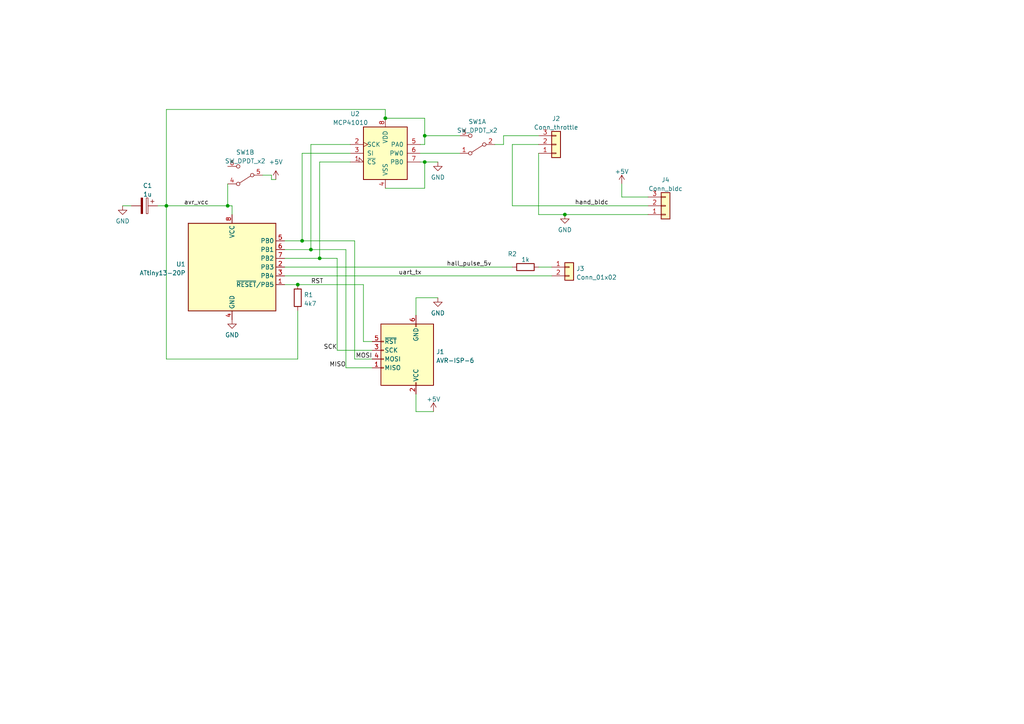
<source format=kicad_sch>
(kicad_sch (version 20211123) (generator eeschema)
  (paper "A4")
  (lib_symbols
    (symbol "Connector:AVR-ISP-6" (pin_names (offset 1.016))
      (property "Reference" "J" (at -6.35 11.43 0))
      (property "Value" "AVR-ISP-6" (at 0 11.43 0))
      (symbol "AVR-ISP-6_0_1"
        (rectangle (start -2.667 -6.858) (end -2.413 -7.62))
        (rectangle (start -2.667 10.16) (end -2.413 9.398))
        (rectangle (start 7.62 -2.413) (end 6.858 -2.667))
        (rectangle (start 7.62 0.127) (end 6.858 -0.127))
        (rectangle (start 7.62 2.667) (end 6.858 2.413))
        (rectangle (start 7.62 5.207) (end 6.858 4.953))
        (rectangle (start 7.62 10.16) (end -7.62 -7.62) (stroke (width 0.254)) (fill (type background)))
      )
      (symbol "AVR-ISP-6_1_1"
        (pin passive line (at 10.16 5.08 180) (length 2.54) (name "MISO") (number "1"))
        (pin passive line (at -2.54 12.7 270) (length 2.54) (name "VCC") (number "2"))
        (pin passive line (at 10.16 0 180) (length 2.54) (name "SCK") (number "3"))
        (pin passive line (at 10.16 2.54 180) (length 2.54) (name "MOSI") (number "4"))
        (pin passive line (at 10.16 -2.54 180) (length 2.54) (name "~{RST}") (number "5"))
        (pin passive line (at -2.54 -10.16 90) (length 2.54) (name "GND") (number "6"))
      )
    )
    (symbol "Connector_Generic:Conn_01x02" (pin_names (offset 1.016) hide)
      (property "Reference" "J" (at 0 2.54 0))
      (property "Value" "Conn_01x02" (at 0 -5.08 0))
      (symbol "Conn_01x02_1_1"
        (rectangle (start -1.27 -2.413) (end 0 -2.667) (stroke (width 0.1524)))
        (rectangle (start -1.27 0.127) (end 0 -0.127) (stroke (width 0.1524)))
        (rectangle (start -1.27 1.27) (end 1.27 -3.81) (stroke (width 0.254)) (fill (type background)))
        (pin passive line (at -5.08 0 0) (length 3.81) (name "Pin_1") (number "1"))
        (pin passive line (at -5.08 -2.54 0) (length 3.81) (name "Pin_2") (number "2"))
      )
    )
    (symbol "Connector_Generic:Conn_01x03" (pin_names (offset 1.016) hide)
      (property "Reference" "J" (at 0 5.08 0))
      (property "Value" "Conn_01x03" (at 0 -5.08 0))
      (symbol "Conn_01x03_1_1"
        (rectangle (start -1.27 -2.413) (end 0 -2.667) (stroke (width 0.1524)))
        (rectangle (start -1.27 0.127) (end 0 -0.127) (stroke (width 0.1524)))
        (rectangle (start -1.27 2.667) (end 0 2.413) (stroke (width 0.1524)))
        (rectangle (start -1.27 3.81) (end 1.27 -3.81) (stroke (width 0.254)) (fill (type background)))
        (pin passive line (at -5.08 2.54 0) (length 3.81) (name "Pin_1") (number "1"))
        (pin passive line (at -5.08 0 0) (length 3.81) (name "Pin_2") (number "2"))
        (pin passive line (at -5.08 -2.54 0) (length 3.81) (name "Pin_3") (number "3"))
      )
    )
    (symbol "Device:C_Polarized" (pin_numbers hide) (pin_names (offset 0.254))
      (property "Reference" "C" (at 0.635 2.54 0))
      (property "Value" "C_Polarized" (at 0.635 -2.54 0))
      (symbol "C_Polarized_0_1"
        (rectangle (start -2.286 0.508) (end 2.286 1.016))
        (polyline (pts (xy -1.778 2.286) (xy -0.762 2.286)))
        (polyline (pts (xy -1.27 2.794) (xy -1.27 1.778)))
        (rectangle (start 2.286 -0.508) (end -2.286 -1.016) (fill (type outline)))
      )
      (symbol "C_Polarized_1_1"
        (pin passive line (at 0 3.81 270) (length 2.794) (name "~") (number "1"))
        (pin passive line (at 0 -3.81 90) (length 2.794) (name "~") (number "2"))
      )
    )
    (symbol "Device:R" (pin_numbers hide) (pin_names (offset 0))
      (property "Reference" "R" (at 2.032 0 90))
      (property "Value" "R" (at 0 0 90))
      (symbol "R_0_1"
        (rectangle (start -1.016 -2.54) (end 1.016 2.54) (stroke (width 0.254)))
      )
      (symbol "R_1_1"
        (pin passive line (at 0 3.81 270) (length 1.27) (name "~") (number "1"))
        (pin passive line (at 0 -3.81 90) (length 1.27) (name "~") (number "2"))
      )
    )
    (symbol "MCU_Microchip_ATtiny:ATtiny13-20P"
      (property "Reference" "U" (at -12.7 13.97 0))
      (property "Value" "ATtiny13-20P" (at 2.54 -13.97 0))
      (symbol "ATtiny13-20P_0_1"
        (rectangle (start -12.7 -12.7) (end 12.7 12.7) (stroke (width 0.254)) (fill (type background)))
      )
      (symbol "ATtiny13-20P_1_1"
        (pin bidirectional line (at 15.24 -5.08 180) (length 2.54) (name "~{RESET}/PB5") (number "1"))
        (pin bidirectional line (at 15.24 0 180) (length 2.54) (name "PB3") (number "2"))
        (pin bidirectional line (at 15.24 -2.54 180) (length 2.54) (name "PB4") (number "3"))
        (pin power_in line (at 0 -15.24 90) (length 2.54) (name "GND") (number "4"))
        (pin bidirectional line (at 15.24 7.62 180) (length 2.54) (name "PB0") (number "5"))
        (pin bidirectional line (at 15.24 5.08 180) (length 2.54) (name "PB1") (number "6"))
        (pin bidirectional line (at 15.24 2.54 180) (length 2.54) (name "PB2") (number "7"))
        (pin power_in line (at 0 15.24 270) (length 2.54) (name "VCC") (number "8"))
      )
    )
    (symbol "Potentiometer_Digital:MCP41010" (pin_names (offset 1.016))
      (property "Reference" "U" (at -6.35 8.89 0))
      (property "Value" "MCP41010" (at 1.27 8.89 0))
      (symbol "MCP41010_0_1"
        (rectangle (start -6.35 7.62) (end 6.35 -7.62) (stroke (width 0.254)) (fill (type background)))
      )
      (symbol "MCP41010_1_1"
        (pin input input_low (at -10.16 -2.54 0) (length 3.81) (name "~{CS}") (number "1"))
        (pin passive clock (at -10.16 2.54 0) (length 3.81) (name "SCK") (number "2"))
        (pin input line (at -10.16 0 0) (length 3.81) (name "SI") (number "3"))
        (pin power_in line (at 0 -10.16 90) (length 2.54) (name "VSS") (number "4"))
        (pin passive line (at 10.16 2.54 180) (length 3.81) (name "PA0") (number "5"))
        (pin passive line (at 10.16 0 180) (length 3.81) (name "PW0") (number "6"))
        (pin passive line (at 10.16 -2.54 180) (length 3.81) (name "PB0") (number "7"))
        (pin power_in line (at 0 10.16 270) (length 2.54) (name "VDD") (number "8"))
      )
    )
    (symbol "Switch:SW_DPDT_x2" (pin_names (offset 0) hide)
      (property "Reference" "SW" (at 0 4.318 0))
      (property "Value" "SW_DPDT_x2" (at 0 -5.08 0))
      (symbol "SW_DPDT_x2_0_0"
        (circle (center -2.032 0) (radius 0.508))
        (circle (center 2.032 -2.54) (radius 0.508))
      )
      (symbol "SW_DPDT_x2_0_1"
        (polyline (pts (xy -1.524 0.254) (xy 1.651 2.286)))
        (circle (center 2.032 2.54) (radius 0.508))
      )
      (symbol "SW_DPDT_x2_1_1"
        (pin passive line (at 5.08 2.54 180) (length 2.54) (name "A") (number "1"))
        (pin passive line (at -5.08 0 0) (length 2.54) (name "B") (number "2"))
        (pin passive line (at 5.08 -2.54 180) (length 2.54) (name "C") (number "3"))
      )
      (symbol "SW_DPDT_x2_2_1"
        (pin passive line (at 5.08 2.54 180) (length 2.54) (name "A") (number "4"))
        (pin passive line (at -5.08 0 0) (length 2.54) (name "B") (number "5"))
        (pin passive line (at 5.08 -2.54 180) (length 2.54) (name "C") (number "6"))
      )
    )
    (symbol "power:+5V" (power) (pin_names (offset 0))
      (property "Value" "+5V" (at 0 3.556 0))
      (symbol "+5V_0_1"
        (polyline (pts (xy -0.762 1.27) (xy 0 2.54)))
        (polyline (pts (xy 0 0) (xy 0 2.54)))
        (polyline (pts (xy 0 2.54) (xy 0.762 1.27)))
      )
      (symbol "+5V_1_1"
        (pin power_in line (at 0 0 90) (length 0) hide (name "+5V") (number "1"))
      )
    )
    (symbol "power:GND" (power) (pin_names (offset 0))
      (property "Value" "GND" (at 0 -3.81 0))
      (symbol "GND_0_1"
        (polyline (pts (xy 0 0) (xy 0 -1.27) (xy 1.27 -1.27) (xy 0 -2.54) (xy -1.27 -1.27) (xy 0 -1.27)))
      )
      (symbol "GND_1_1"
        (pin power_in line (at 0 0 270) (length 0) hide (name "GND") (number "1"))
      )
    )
  )
  (junction (at 48.26 59.69))
  (junction (at 92.71 74.93))
  (junction (at 123.19 39.37))
  (junction (at 90.17 72.39))
  (junction (at 87.63 69.85))
  (junction (at 123.19 46.99))
  (junction (at 86.36 82.55))
  (junction (at 163.83 62.23))
  (junction (at 66.04 59.69))
  (junction (at 111.76 34.29))
  (wire (pts (xy 121.92 44.45) (xy 133.35 44.45)))
  (wire (pts (xy 146.05 41.91) (xy 146.05 39.37)))
  (wire (pts (xy 156.21 77.47) (xy 160.02 77.47)))
  (wire (pts (xy 105.41 82.55) (xy 86.36 82.55)))
  (wire (pts (xy 82.55 72.39) (xy 90.17 72.39)))
  (wire (pts (xy 66.04 53.34) (xy 66.04 59.69)))
  (wire (pts (xy 123.19 54.61) (xy 123.19 46.99)))
  (wire (pts (xy 97.79 101.6) (xy 107.95 101.6)))
  (wire (pts (xy 121.92 41.91) (xy 123.19 41.91)))
  (wire (pts (xy 127 86.36) (xy 120.65 86.36)))
  (wire (pts (xy 111.76 31.75) (xy 111.76 34.29)))
  (wire (pts (xy 82.55 69.85) (xy 87.63 69.85)))
  (wire (pts (xy 87.63 69.85) (xy 102.87 69.85)))
  (wire (pts (xy 48.26 31.75) (xy 48.26 59.69)))
  (wire (pts (xy 67.31 59.69) (xy 67.31 62.23)))
  (wire (pts (xy 100.33 106.68) (xy 100.33 72.39)))
  (wire (pts (xy 48.26 104.14) (xy 48.26 59.69)))
  (wire (pts (xy 86.36 104.14) (xy 48.26 104.14)))
  (wire (pts (xy 92.71 46.99) (xy 92.71 74.93)))
  (wire (pts (xy 78.74 50.8) (xy 78.74 52.07)))
  (wire (pts (xy 123.19 46.99) (xy 127 46.99)))
  (wire (pts (xy 120.65 86.36) (xy 120.65 91.44)))
  (wire (pts (xy 90.17 41.91) (xy 101.6 41.91)))
  (wire (pts (xy 82.55 80.01) (xy 160.02 80.01)))
  (wire (pts (xy 123.19 34.29) (xy 123.19 39.37)))
  (wire (pts (xy 123.19 39.37) (xy 133.35 39.37)))
  (wire (pts (xy 97.79 74.93) (xy 97.79 101.6)))
  (wire (pts (xy 156.21 62.23) (xy 163.83 62.23)))
  (wire (pts (xy 48.26 59.69) (xy 66.04 59.69)))
  (wire (pts (xy 163.83 62.23) (xy 187.96 62.23)))
  (wire (pts (xy 105.41 99.06) (xy 105.41 82.55)))
  (wire (pts (xy 148.59 59.69) (xy 187.96 59.69)))
  (wire (pts (xy 120.65 119.38) (xy 120.65 114.3)))
  (wire (pts (xy 102.87 104.14) (xy 102.87 69.85)))
  (wire (pts (xy 107.95 106.68) (xy 100.33 106.68)))
  (wire (pts (xy 156.21 44.45) (xy 156.21 62.23)))
  (wire (pts (xy 78.74 52.07) (xy 80.01 52.07)))
  (wire (pts (xy 82.55 74.93) (xy 92.71 74.93)))
  (wire (pts (xy 111.76 54.61) (xy 123.19 54.61)))
  (wire (pts (xy 121.92 46.99) (xy 123.19 46.99)))
  (wire (pts (xy 101.6 46.99) (xy 92.71 46.99)))
  (wire (pts (xy 66.04 59.69) (xy 67.31 59.69)))
  (wire (pts (xy 148.59 41.91) (xy 148.59 59.69)))
  (wire (pts (xy 76.2 50.8) (xy 78.74 50.8)))
  (wire (pts (xy 87.63 44.45) (xy 101.6 44.45)))
  (wire (pts (xy 125.73 119.38) (xy 120.65 119.38)))
  (wire (pts (xy 35.56 59.69) (xy 38.1 59.69)))
  (wire (pts (xy 82.55 82.55) (xy 86.36 82.55)))
  (wire (pts (xy 90.17 72.39) (xy 100.33 72.39)))
  (wire (pts (xy 187.96 57.15) (xy 180.34 57.15)))
  (wire (pts (xy 90.17 41.91) (xy 90.17 72.39)))
  (wire (pts (xy 123.19 39.37) (xy 123.19 41.91)))
  (wire (pts (xy 180.34 57.15) (xy 180.34 53.34)))
  (wire (pts (xy 86.36 90.17) (xy 86.36 104.14)))
  (wire (pts (xy 111.76 31.75) (xy 48.26 31.75)))
  (wire (pts (xy 156.21 41.91) (xy 148.59 41.91)))
  (wire (pts (xy 45.72 59.69) (xy 48.26 59.69)))
  (wire (pts (xy 143.51 41.91) (xy 146.05 41.91)))
  (wire (pts (xy 87.63 44.45) (xy 87.63 69.85)))
  (wire (pts (xy 146.05 39.37) (xy 156.21 39.37)))
  (wire (pts (xy 92.71 74.93) (xy 97.79 74.93)))
  (wire (pts (xy 82.55 77.47) (xy 148.59 77.47)))
  (wire (pts (xy 107.95 99.06) (xy 105.41 99.06)))
  (wire (pts (xy 111.76 34.29) (xy 123.19 34.29)))
  (wire (pts (xy 107.95 104.14) (xy 102.87 104.14)))
  (label "hand_bldc" (at 176.53 59.69 180))
  (label "avr_vcc" (at 53.34 59.69 0))
  (label "MOSI" (at 107.95 104.14 180))
  (label "uart_tx" (at 115.57 80.01 0))
  (label "MISO" (at 100.33 106.68 180))
  (label "RST" (at 90.17 82.55 0))
  (label "hall_pulse_5v" (at 129.54 77.47 0))
  (label "SCK" (at 97.79 101.6 180))
  (symbol (lib_id "power:GND") (at 67.31 92.71 0) (unit 1)
    (property "Reference" "#PWR0101" (effects hide))
    (property "Value" "GND" (at 67.31 97.1534 0))
  )
  (symbol (lib_id "power:+5V") (at 125.73 119.38 0) (unit 1)
    (property "Reference" "#PWR0108" (effects hide))
    (property "Value" "+5V" (at 125.73 115.8042 0))
  )
  (symbol (lib_id "power:GND") (at 35.56 59.69 0) (unit 1)
    (property "Reference" "#PWR0103" (effects hide))
    (property "Value" "GND" (at 35.56 64.1334 0))
  )
  (symbol (lib_id "MCU_Microchip_ATtiny:ATtiny13-20P") (at 67.31 77.47 0) (unit 1)
    (property "Reference" "U1" (at 53.848 76.6353 0) (effects (justify right)))
    (property "Value" "ATtiny13-20P" (at 53.848 79.1722 0) (effects (justify right)))
    (property "Footprint" "Package_DIP:DIP-8_W7.62mm_Socket_LongPads" (effects hide))
    (property "Datasheet" "http://ww1.microchip.com/downloads/en/DeviceDoc/doc2535.pdf" (effects hide))
  )
  (symbol (lib_id "Switch:SW_DPDT_x2") (at 71.12 50.8 180) (unit 2)
    (property "Reference" "SW1" (at 71.12 44.1792 0))
    (property "Value" "SW_DPDT_x2" (at 71.12 46.7161 0))
    (property "Footprint" "Connector_Wire:SolderWire-1.5sqmm_1x06_P6mm_D1.7mm_OD3mm" (effects hide))
  )
  (symbol (lib_id "power:GND") (at 127 86.36 0) (unit 1)
    (property "Reference" "#PWR0109" (effects hide))
    (property "Value" "GND" (at 127 90.8034 0))
  )
  (symbol (lib_id "Device:C_Polarized") (at 41.91 59.69 270) (unit 1)
    (property "Reference" "C1" (at 42.799 53.8312 90))
    (property "Value" "1u" (at 42.799 56.3681 90))
    (property "Footprint" "Capacitor_THT:CP_Radial_D8.0mm_P5.00mm" (effects hide))
  )
  (symbol (lib_id "Connector_Generic:Conn_01x03") (at 161.29 41.91 0) (mirror x) (unit 1)
    (property "Reference" "J2" (at 161.29 34.4002 0))
    (property "Value" "Conn_throttle" (at 161.29 36.9371 0))
    (property "Footprint" "Connector_Wire:SolderWire-1.5sqmm_1x03_P6mm_D1.7mm_OD3mm" (effects hide))
  )
  (symbol (lib_id "Switch:SW_DPDT_x2") (at 138.43 41.91 180) (unit 1)
    (property "Reference" "SW1" (at 138.43 35.2892 0))
    (property "Value" "SW_DPDT_x2" (at 138.43 37.8261 0))
    (property "Footprint" "Connector_Wire:SolderWire-1.5sqmm_1x06_P6mm_D1.7mm_OD3mm" (effects hide))
  )
  (symbol (lib_id "power:GND") (at 163.83 62.23 0) (mirror y) (unit 1)
    (property "Reference" "#PWR0106" (effects hide))
    (property "Value" "GND" (at 163.83 66.6734 0))
  )
  (symbol (lib_id "Connector_Generic:Conn_01x03") (at 193.04 59.69 0) (mirror x) (unit 1)
    (property "Reference" "J4" (at 193.04 52.1802 0))
    (property "Value" "Conn_bldc" (at 193.04 54.7171 0))
    (property "Footprint" "Connector_Wire:SolderWire-1.5sqmm_1x03_P6mm_D1.7mm_OD3mm" (effects hide))
  )
  (symbol (lib_id "power:+5V") (at 80.01 52.07 0) (unit 1)
    (property "Reference" "#PWR0102" (effects hide))
    (property "Value" "+5V" (at 80.01 46.99 0))
  )
  (symbol (lib_id "Connector_Generic:Conn_01x02") (at 165.1 77.47 0) (unit 1)
    (property "Reference" "J3" (at 167.132 77.9053 0) (effects (justify left)))
    (property "Value" "Conn_01x02" (at 167.132 80.4422 0) (effects (justify left)))
    (property "Footprint" "Connector_Wire:SolderWire-1.5sqmm_1x02_P6mm_D1.7mm_OD3mm" (effects hide))
  )
  (symbol (lib_id "Device:R") (at 86.36 86.36 0) (unit 1)
    (property "Reference" "R1" (at 88.138 85.5253 0) (effects (justify left)))
    (property "Value" "4k7" (at 88.138 88.0622 0) (effects (justify left)))
    (property "Footprint" "Resistor_SMD:R_1210_3225Metric_Pad1.30x2.65mm_HandSolder" (effects hide))
  )
  (symbol (lib_id "power:GND") (at 127 46.99 0) (unit 1)
    (property "Reference" "#PWR0105" (effects hide))
    (property "Value" "GND" (at 127 51.4334 0))
  )
  (symbol (lib_id "power:+5V") (at 180.34 53.34 0) (mirror y) (unit 1)
    (property "Reference" "#PWR0107" (effects hide))
    (property "Value" "+5V" (at 180.34 49.7642 0))
  )
  (symbol (lib_id "Potentiometer_Digital:MCP41010") (at 111.76 44.45 0) (unit 1)
    (property "Reference" "U2" (at 101.6 33.02 0) (effects (justify left)))
    (property "Value" "MCP41010" (at 96.52 35.56 0) (effects (justify left)))
    (property "Footprint" "Package_DIP:DIP-8_W7.62mm_Socket_LongPads" (effects hide))
    (property "Datasheet" "http://ww1.microchip.com/downloads/en/DeviceDoc/11195c.pdf" (effects hide))
  )
  (symbol (lib_id "Connector:AVR-ISP-6") (at 118.11 101.6 180) (unit 1)
    (property "Reference" "J1" (at 126.492 102.0353 0) (effects (justify right)))
    (property "Value" "AVR-ISP-6" (at 126.492 104.5722 0) (effects (justify right)))
    (property "Footprint" "Button_Switch_SMD:SW_DIP_SPSTx03_Slide_9.78x9.8mm_W8.61mm_P2.54mm" (effects hide))
    (property "Datasheet" " ~" (effects hide))
  )
  (symbol (lib_id "Device:R") (at 152.4 77.47 90) (unit 1)
    (property "Reference" "R2" (at 148.59 73.66 90))
    (property "Value" "1k" (at 152.4 75.2911 90))
    (property "Footprint" "Resistor_SMD:R_1210_3225Metric_Pad1.30x2.65mm_HandSolder" (effects hide))
  )
)
</source>
